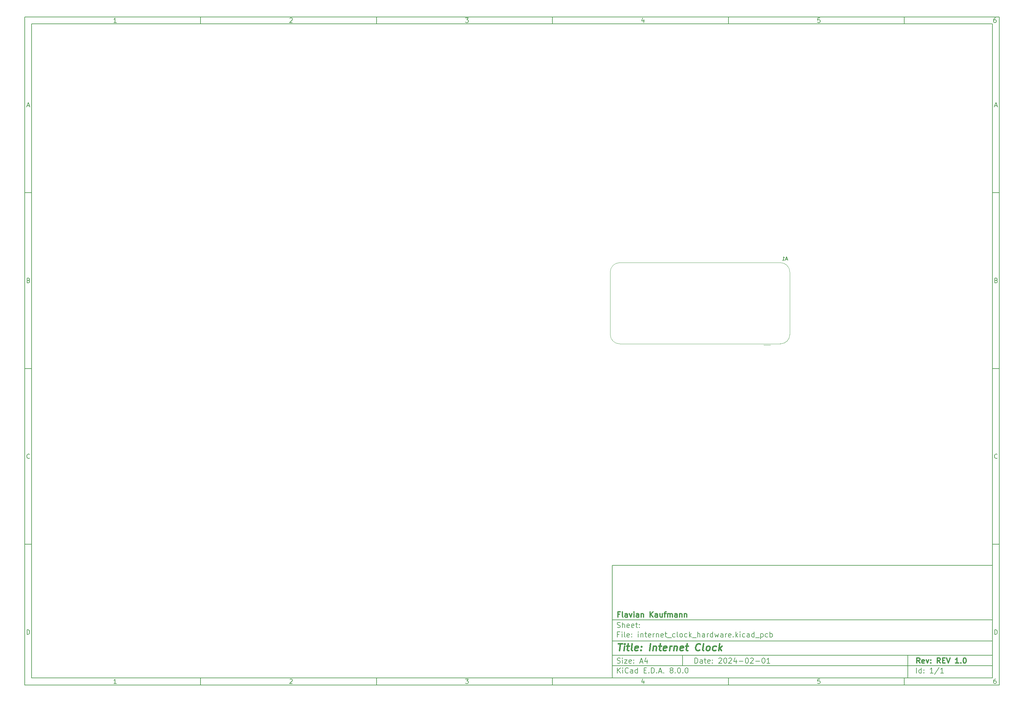
<source format=gbr>
%TF.GenerationSoftware,KiCad,Pcbnew,8.0.0*%
%TF.CreationDate,2024-02-29T15:31:37+01:00*%
%TF.ProjectId,internet_clock_hardware,696e7465-726e-4657-945f-636c6f636b5f,REV 1.0*%
%TF.SameCoordinates,Original*%
%TF.FileFunction,Legend,Bot*%
%TF.FilePolarity,Positive*%
%FSLAX46Y46*%
G04 Gerber Fmt 4.6, Leading zero omitted, Abs format (unit mm)*
G04 Created by KiCad (PCBNEW 8.0.0) date 2024-02-29 15:31:37*
%MOMM*%
%LPD*%
G01*
G04 APERTURE LIST*
%ADD10C,0.100000*%
%ADD11C,0.150000*%
%ADD12C,0.300000*%
%ADD13C,0.400000*%
%ADD14C,0.120000*%
G04 APERTURE END LIST*
D10*
D11*
X177002200Y-166007200D02*
X285002200Y-166007200D01*
X285002200Y-198007200D01*
X177002200Y-198007200D01*
X177002200Y-166007200D01*
D10*
D11*
X10000000Y-10000000D02*
X287002200Y-10000000D01*
X287002200Y-200007200D01*
X10000000Y-200007200D01*
X10000000Y-10000000D01*
D10*
D11*
X12000000Y-12000000D02*
X285002200Y-12000000D01*
X285002200Y-198007200D01*
X12000000Y-198007200D01*
X12000000Y-12000000D01*
D10*
D11*
X60000000Y-12000000D02*
X60000000Y-10000000D01*
D10*
D11*
X110000000Y-12000000D02*
X110000000Y-10000000D01*
D10*
D11*
X160000000Y-12000000D02*
X160000000Y-10000000D01*
D10*
D11*
X210000000Y-12000000D02*
X210000000Y-10000000D01*
D10*
D11*
X260000000Y-12000000D02*
X260000000Y-10000000D01*
D10*
D11*
X36089160Y-11593604D02*
X35346303Y-11593604D01*
X35717731Y-11593604D02*
X35717731Y-10293604D01*
X35717731Y-10293604D02*
X35593922Y-10479319D01*
X35593922Y-10479319D02*
X35470112Y-10603128D01*
X35470112Y-10603128D02*
X35346303Y-10665033D01*
D10*
D11*
X85346303Y-10417414D02*
X85408207Y-10355509D01*
X85408207Y-10355509D02*
X85532017Y-10293604D01*
X85532017Y-10293604D02*
X85841541Y-10293604D01*
X85841541Y-10293604D02*
X85965350Y-10355509D01*
X85965350Y-10355509D02*
X86027255Y-10417414D01*
X86027255Y-10417414D02*
X86089160Y-10541223D01*
X86089160Y-10541223D02*
X86089160Y-10665033D01*
X86089160Y-10665033D02*
X86027255Y-10850747D01*
X86027255Y-10850747D02*
X85284398Y-11593604D01*
X85284398Y-11593604D02*
X86089160Y-11593604D01*
D10*
D11*
X135284398Y-10293604D02*
X136089160Y-10293604D01*
X136089160Y-10293604D02*
X135655826Y-10788842D01*
X135655826Y-10788842D02*
X135841541Y-10788842D01*
X135841541Y-10788842D02*
X135965350Y-10850747D01*
X135965350Y-10850747D02*
X136027255Y-10912652D01*
X136027255Y-10912652D02*
X136089160Y-11036461D01*
X136089160Y-11036461D02*
X136089160Y-11345985D01*
X136089160Y-11345985D02*
X136027255Y-11469795D01*
X136027255Y-11469795D02*
X135965350Y-11531700D01*
X135965350Y-11531700D02*
X135841541Y-11593604D01*
X135841541Y-11593604D02*
X135470112Y-11593604D01*
X135470112Y-11593604D02*
X135346303Y-11531700D01*
X135346303Y-11531700D02*
X135284398Y-11469795D01*
D10*
D11*
X185965350Y-10726938D02*
X185965350Y-11593604D01*
X185655826Y-10231700D02*
X185346303Y-11160271D01*
X185346303Y-11160271D02*
X186151064Y-11160271D01*
D10*
D11*
X236027255Y-10293604D02*
X235408207Y-10293604D01*
X235408207Y-10293604D02*
X235346303Y-10912652D01*
X235346303Y-10912652D02*
X235408207Y-10850747D01*
X235408207Y-10850747D02*
X235532017Y-10788842D01*
X235532017Y-10788842D02*
X235841541Y-10788842D01*
X235841541Y-10788842D02*
X235965350Y-10850747D01*
X235965350Y-10850747D02*
X236027255Y-10912652D01*
X236027255Y-10912652D02*
X236089160Y-11036461D01*
X236089160Y-11036461D02*
X236089160Y-11345985D01*
X236089160Y-11345985D02*
X236027255Y-11469795D01*
X236027255Y-11469795D02*
X235965350Y-11531700D01*
X235965350Y-11531700D02*
X235841541Y-11593604D01*
X235841541Y-11593604D02*
X235532017Y-11593604D01*
X235532017Y-11593604D02*
X235408207Y-11531700D01*
X235408207Y-11531700D02*
X235346303Y-11469795D01*
D10*
D11*
X285965350Y-10293604D02*
X285717731Y-10293604D01*
X285717731Y-10293604D02*
X285593922Y-10355509D01*
X285593922Y-10355509D02*
X285532017Y-10417414D01*
X285532017Y-10417414D02*
X285408207Y-10603128D01*
X285408207Y-10603128D02*
X285346303Y-10850747D01*
X285346303Y-10850747D02*
X285346303Y-11345985D01*
X285346303Y-11345985D02*
X285408207Y-11469795D01*
X285408207Y-11469795D02*
X285470112Y-11531700D01*
X285470112Y-11531700D02*
X285593922Y-11593604D01*
X285593922Y-11593604D02*
X285841541Y-11593604D01*
X285841541Y-11593604D02*
X285965350Y-11531700D01*
X285965350Y-11531700D02*
X286027255Y-11469795D01*
X286027255Y-11469795D02*
X286089160Y-11345985D01*
X286089160Y-11345985D02*
X286089160Y-11036461D01*
X286089160Y-11036461D02*
X286027255Y-10912652D01*
X286027255Y-10912652D02*
X285965350Y-10850747D01*
X285965350Y-10850747D02*
X285841541Y-10788842D01*
X285841541Y-10788842D02*
X285593922Y-10788842D01*
X285593922Y-10788842D02*
X285470112Y-10850747D01*
X285470112Y-10850747D02*
X285408207Y-10912652D01*
X285408207Y-10912652D02*
X285346303Y-11036461D01*
D10*
D11*
X60000000Y-198007200D02*
X60000000Y-200007200D01*
D10*
D11*
X110000000Y-198007200D02*
X110000000Y-200007200D01*
D10*
D11*
X160000000Y-198007200D02*
X160000000Y-200007200D01*
D10*
D11*
X210000000Y-198007200D02*
X210000000Y-200007200D01*
D10*
D11*
X260000000Y-198007200D02*
X260000000Y-200007200D01*
D10*
D11*
X36089160Y-199600804D02*
X35346303Y-199600804D01*
X35717731Y-199600804D02*
X35717731Y-198300804D01*
X35717731Y-198300804D02*
X35593922Y-198486519D01*
X35593922Y-198486519D02*
X35470112Y-198610328D01*
X35470112Y-198610328D02*
X35346303Y-198672233D01*
D10*
D11*
X85346303Y-198424614D02*
X85408207Y-198362709D01*
X85408207Y-198362709D02*
X85532017Y-198300804D01*
X85532017Y-198300804D02*
X85841541Y-198300804D01*
X85841541Y-198300804D02*
X85965350Y-198362709D01*
X85965350Y-198362709D02*
X86027255Y-198424614D01*
X86027255Y-198424614D02*
X86089160Y-198548423D01*
X86089160Y-198548423D02*
X86089160Y-198672233D01*
X86089160Y-198672233D02*
X86027255Y-198857947D01*
X86027255Y-198857947D02*
X85284398Y-199600804D01*
X85284398Y-199600804D02*
X86089160Y-199600804D01*
D10*
D11*
X135284398Y-198300804D02*
X136089160Y-198300804D01*
X136089160Y-198300804D02*
X135655826Y-198796042D01*
X135655826Y-198796042D02*
X135841541Y-198796042D01*
X135841541Y-198796042D02*
X135965350Y-198857947D01*
X135965350Y-198857947D02*
X136027255Y-198919852D01*
X136027255Y-198919852D02*
X136089160Y-199043661D01*
X136089160Y-199043661D02*
X136089160Y-199353185D01*
X136089160Y-199353185D02*
X136027255Y-199476995D01*
X136027255Y-199476995D02*
X135965350Y-199538900D01*
X135965350Y-199538900D02*
X135841541Y-199600804D01*
X135841541Y-199600804D02*
X135470112Y-199600804D01*
X135470112Y-199600804D02*
X135346303Y-199538900D01*
X135346303Y-199538900D02*
X135284398Y-199476995D01*
D10*
D11*
X185965350Y-198734138D02*
X185965350Y-199600804D01*
X185655826Y-198238900D02*
X185346303Y-199167471D01*
X185346303Y-199167471D02*
X186151064Y-199167471D01*
D10*
D11*
X236027255Y-198300804D02*
X235408207Y-198300804D01*
X235408207Y-198300804D02*
X235346303Y-198919852D01*
X235346303Y-198919852D02*
X235408207Y-198857947D01*
X235408207Y-198857947D02*
X235532017Y-198796042D01*
X235532017Y-198796042D02*
X235841541Y-198796042D01*
X235841541Y-198796042D02*
X235965350Y-198857947D01*
X235965350Y-198857947D02*
X236027255Y-198919852D01*
X236027255Y-198919852D02*
X236089160Y-199043661D01*
X236089160Y-199043661D02*
X236089160Y-199353185D01*
X236089160Y-199353185D02*
X236027255Y-199476995D01*
X236027255Y-199476995D02*
X235965350Y-199538900D01*
X235965350Y-199538900D02*
X235841541Y-199600804D01*
X235841541Y-199600804D02*
X235532017Y-199600804D01*
X235532017Y-199600804D02*
X235408207Y-199538900D01*
X235408207Y-199538900D02*
X235346303Y-199476995D01*
D10*
D11*
X285965350Y-198300804D02*
X285717731Y-198300804D01*
X285717731Y-198300804D02*
X285593922Y-198362709D01*
X285593922Y-198362709D02*
X285532017Y-198424614D01*
X285532017Y-198424614D02*
X285408207Y-198610328D01*
X285408207Y-198610328D02*
X285346303Y-198857947D01*
X285346303Y-198857947D02*
X285346303Y-199353185D01*
X285346303Y-199353185D02*
X285408207Y-199476995D01*
X285408207Y-199476995D02*
X285470112Y-199538900D01*
X285470112Y-199538900D02*
X285593922Y-199600804D01*
X285593922Y-199600804D02*
X285841541Y-199600804D01*
X285841541Y-199600804D02*
X285965350Y-199538900D01*
X285965350Y-199538900D02*
X286027255Y-199476995D01*
X286027255Y-199476995D02*
X286089160Y-199353185D01*
X286089160Y-199353185D02*
X286089160Y-199043661D01*
X286089160Y-199043661D02*
X286027255Y-198919852D01*
X286027255Y-198919852D02*
X285965350Y-198857947D01*
X285965350Y-198857947D02*
X285841541Y-198796042D01*
X285841541Y-198796042D02*
X285593922Y-198796042D01*
X285593922Y-198796042D02*
X285470112Y-198857947D01*
X285470112Y-198857947D02*
X285408207Y-198919852D01*
X285408207Y-198919852D02*
X285346303Y-199043661D01*
D10*
D11*
X10000000Y-60000000D02*
X12000000Y-60000000D01*
D10*
D11*
X10000000Y-110000000D02*
X12000000Y-110000000D01*
D10*
D11*
X10000000Y-160000000D02*
X12000000Y-160000000D01*
D10*
D11*
X10690476Y-35222176D02*
X11309523Y-35222176D01*
X10566666Y-35593604D02*
X10999999Y-34293604D01*
X10999999Y-34293604D02*
X11433333Y-35593604D01*
D10*
D11*
X11092857Y-84912652D02*
X11278571Y-84974557D01*
X11278571Y-84974557D02*
X11340476Y-85036461D01*
X11340476Y-85036461D02*
X11402380Y-85160271D01*
X11402380Y-85160271D02*
X11402380Y-85345985D01*
X11402380Y-85345985D02*
X11340476Y-85469795D01*
X11340476Y-85469795D02*
X11278571Y-85531700D01*
X11278571Y-85531700D02*
X11154761Y-85593604D01*
X11154761Y-85593604D02*
X10659523Y-85593604D01*
X10659523Y-85593604D02*
X10659523Y-84293604D01*
X10659523Y-84293604D02*
X11092857Y-84293604D01*
X11092857Y-84293604D02*
X11216666Y-84355509D01*
X11216666Y-84355509D02*
X11278571Y-84417414D01*
X11278571Y-84417414D02*
X11340476Y-84541223D01*
X11340476Y-84541223D02*
X11340476Y-84665033D01*
X11340476Y-84665033D02*
X11278571Y-84788842D01*
X11278571Y-84788842D02*
X11216666Y-84850747D01*
X11216666Y-84850747D02*
X11092857Y-84912652D01*
X11092857Y-84912652D02*
X10659523Y-84912652D01*
D10*
D11*
X11402380Y-135469795D02*
X11340476Y-135531700D01*
X11340476Y-135531700D02*
X11154761Y-135593604D01*
X11154761Y-135593604D02*
X11030952Y-135593604D01*
X11030952Y-135593604D02*
X10845238Y-135531700D01*
X10845238Y-135531700D02*
X10721428Y-135407890D01*
X10721428Y-135407890D02*
X10659523Y-135284080D01*
X10659523Y-135284080D02*
X10597619Y-135036461D01*
X10597619Y-135036461D02*
X10597619Y-134850747D01*
X10597619Y-134850747D02*
X10659523Y-134603128D01*
X10659523Y-134603128D02*
X10721428Y-134479319D01*
X10721428Y-134479319D02*
X10845238Y-134355509D01*
X10845238Y-134355509D02*
X11030952Y-134293604D01*
X11030952Y-134293604D02*
X11154761Y-134293604D01*
X11154761Y-134293604D02*
X11340476Y-134355509D01*
X11340476Y-134355509D02*
X11402380Y-134417414D01*
D10*
D11*
X10659523Y-185593604D02*
X10659523Y-184293604D01*
X10659523Y-184293604D02*
X10969047Y-184293604D01*
X10969047Y-184293604D02*
X11154761Y-184355509D01*
X11154761Y-184355509D02*
X11278571Y-184479319D01*
X11278571Y-184479319D02*
X11340476Y-184603128D01*
X11340476Y-184603128D02*
X11402380Y-184850747D01*
X11402380Y-184850747D02*
X11402380Y-185036461D01*
X11402380Y-185036461D02*
X11340476Y-185284080D01*
X11340476Y-185284080D02*
X11278571Y-185407890D01*
X11278571Y-185407890D02*
X11154761Y-185531700D01*
X11154761Y-185531700D02*
X10969047Y-185593604D01*
X10969047Y-185593604D02*
X10659523Y-185593604D01*
D10*
D11*
X287002200Y-60000000D02*
X285002200Y-60000000D01*
D10*
D11*
X287002200Y-110000000D02*
X285002200Y-110000000D01*
D10*
D11*
X287002200Y-160000000D02*
X285002200Y-160000000D01*
D10*
D11*
X285692676Y-35222176D02*
X286311723Y-35222176D01*
X285568866Y-35593604D02*
X286002199Y-34293604D01*
X286002199Y-34293604D02*
X286435533Y-35593604D01*
D10*
D11*
X286095057Y-84912652D02*
X286280771Y-84974557D01*
X286280771Y-84974557D02*
X286342676Y-85036461D01*
X286342676Y-85036461D02*
X286404580Y-85160271D01*
X286404580Y-85160271D02*
X286404580Y-85345985D01*
X286404580Y-85345985D02*
X286342676Y-85469795D01*
X286342676Y-85469795D02*
X286280771Y-85531700D01*
X286280771Y-85531700D02*
X286156961Y-85593604D01*
X286156961Y-85593604D02*
X285661723Y-85593604D01*
X285661723Y-85593604D02*
X285661723Y-84293604D01*
X285661723Y-84293604D02*
X286095057Y-84293604D01*
X286095057Y-84293604D02*
X286218866Y-84355509D01*
X286218866Y-84355509D02*
X286280771Y-84417414D01*
X286280771Y-84417414D02*
X286342676Y-84541223D01*
X286342676Y-84541223D02*
X286342676Y-84665033D01*
X286342676Y-84665033D02*
X286280771Y-84788842D01*
X286280771Y-84788842D02*
X286218866Y-84850747D01*
X286218866Y-84850747D02*
X286095057Y-84912652D01*
X286095057Y-84912652D02*
X285661723Y-84912652D01*
D10*
D11*
X286404580Y-135469795D02*
X286342676Y-135531700D01*
X286342676Y-135531700D02*
X286156961Y-135593604D01*
X286156961Y-135593604D02*
X286033152Y-135593604D01*
X286033152Y-135593604D02*
X285847438Y-135531700D01*
X285847438Y-135531700D02*
X285723628Y-135407890D01*
X285723628Y-135407890D02*
X285661723Y-135284080D01*
X285661723Y-135284080D02*
X285599819Y-135036461D01*
X285599819Y-135036461D02*
X285599819Y-134850747D01*
X285599819Y-134850747D02*
X285661723Y-134603128D01*
X285661723Y-134603128D02*
X285723628Y-134479319D01*
X285723628Y-134479319D02*
X285847438Y-134355509D01*
X285847438Y-134355509D02*
X286033152Y-134293604D01*
X286033152Y-134293604D02*
X286156961Y-134293604D01*
X286156961Y-134293604D02*
X286342676Y-134355509D01*
X286342676Y-134355509D02*
X286404580Y-134417414D01*
D10*
D11*
X285661723Y-185593604D02*
X285661723Y-184293604D01*
X285661723Y-184293604D02*
X285971247Y-184293604D01*
X285971247Y-184293604D02*
X286156961Y-184355509D01*
X286156961Y-184355509D02*
X286280771Y-184479319D01*
X286280771Y-184479319D02*
X286342676Y-184603128D01*
X286342676Y-184603128D02*
X286404580Y-184850747D01*
X286404580Y-184850747D02*
X286404580Y-185036461D01*
X286404580Y-185036461D02*
X286342676Y-185284080D01*
X286342676Y-185284080D02*
X286280771Y-185407890D01*
X286280771Y-185407890D02*
X286156961Y-185531700D01*
X286156961Y-185531700D02*
X285971247Y-185593604D01*
X285971247Y-185593604D02*
X285661723Y-185593604D01*
D10*
D11*
X200458026Y-193793328D02*
X200458026Y-192293328D01*
X200458026Y-192293328D02*
X200815169Y-192293328D01*
X200815169Y-192293328D02*
X201029455Y-192364757D01*
X201029455Y-192364757D02*
X201172312Y-192507614D01*
X201172312Y-192507614D02*
X201243741Y-192650471D01*
X201243741Y-192650471D02*
X201315169Y-192936185D01*
X201315169Y-192936185D02*
X201315169Y-193150471D01*
X201315169Y-193150471D02*
X201243741Y-193436185D01*
X201243741Y-193436185D02*
X201172312Y-193579042D01*
X201172312Y-193579042D02*
X201029455Y-193721900D01*
X201029455Y-193721900D02*
X200815169Y-193793328D01*
X200815169Y-193793328D02*
X200458026Y-193793328D01*
X202600884Y-193793328D02*
X202600884Y-193007614D01*
X202600884Y-193007614D02*
X202529455Y-192864757D01*
X202529455Y-192864757D02*
X202386598Y-192793328D01*
X202386598Y-192793328D02*
X202100884Y-192793328D01*
X202100884Y-192793328D02*
X201958026Y-192864757D01*
X202600884Y-193721900D02*
X202458026Y-193793328D01*
X202458026Y-193793328D02*
X202100884Y-193793328D01*
X202100884Y-193793328D02*
X201958026Y-193721900D01*
X201958026Y-193721900D02*
X201886598Y-193579042D01*
X201886598Y-193579042D02*
X201886598Y-193436185D01*
X201886598Y-193436185D02*
X201958026Y-193293328D01*
X201958026Y-193293328D02*
X202100884Y-193221900D01*
X202100884Y-193221900D02*
X202458026Y-193221900D01*
X202458026Y-193221900D02*
X202600884Y-193150471D01*
X203100884Y-192793328D02*
X203672312Y-192793328D01*
X203315169Y-192293328D02*
X203315169Y-193579042D01*
X203315169Y-193579042D02*
X203386598Y-193721900D01*
X203386598Y-193721900D02*
X203529455Y-193793328D01*
X203529455Y-193793328D02*
X203672312Y-193793328D01*
X204743741Y-193721900D02*
X204600884Y-193793328D01*
X204600884Y-193793328D02*
X204315170Y-193793328D01*
X204315170Y-193793328D02*
X204172312Y-193721900D01*
X204172312Y-193721900D02*
X204100884Y-193579042D01*
X204100884Y-193579042D02*
X204100884Y-193007614D01*
X204100884Y-193007614D02*
X204172312Y-192864757D01*
X204172312Y-192864757D02*
X204315170Y-192793328D01*
X204315170Y-192793328D02*
X204600884Y-192793328D01*
X204600884Y-192793328D02*
X204743741Y-192864757D01*
X204743741Y-192864757D02*
X204815170Y-193007614D01*
X204815170Y-193007614D02*
X204815170Y-193150471D01*
X204815170Y-193150471D02*
X204100884Y-193293328D01*
X205458026Y-193650471D02*
X205529455Y-193721900D01*
X205529455Y-193721900D02*
X205458026Y-193793328D01*
X205458026Y-193793328D02*
X205386598Y-193721900D01*
X205386598Y-193721900D02*
X205458026Y-193650471D01*
X205458026Y-193650471D02*
X205458026Y-193793328D01*
X205458026Y-192864757D02*
X205529455Y-192936185D01*
X205529455Y-192936185D02*
X205458026Y-193007614D01*
X205458026Y-193007614D02*
X205386598Y-192936185D01*
X205386598Y-192936185D02*
X205458026Y-192864757D01*
X205458026Y-192864757D02*
X205458026Y-193007614D01*
X207243741Y-192436185D02*
X207315169Y-192364757D01*
X207315169Y-192364757D02*
X207458027Y-192293328D01*
X207458027Y-192293328D02*
X207815169Y-192293328D01*
X207815169Y-192293328D02*
X207958027Y-192364757D01*
X207958027Y-192364757D02*
X208029455Y-192436185D01*
X208029455Y-192436185D02*
X208100884Y-192579042D01*
X208100884Y-192579042D02*
X208100884Y-192721900D01*
X208100884Y-192721900D02*
X208029455Y-192936185D01*
X208029455Y-192936185D02*
X207172312Y-193793328D01*
X207172312Y-193793328D02*
X208100884Y-193793328D01*
X209029455Y-192293328D02*
X209172312Y-192293328D01*
X209172312Y-192293328D02*
X209315169Y-192364757D01*
X209315169Y-192364757D02*
X209386598Y-192436185D01*
X209386598Y-192436185D02*
X209458026Y-192579042D01*
X209458026Y-192579042D02*
X209529455Y-192864757D01*
X209529455Y-192864757D02*
X209529455Y-193221900D01*
X209529455Y-193221900D02*
X209458026Y-193507614D01*
X209458026Y-193507614D02*
X209386598Y-193650471D01*
X209386598Y-193650471D02*
X209315169Y-193721900D01*
X209315169Y-193721900D02*
X209172312Y-193793328D01*
X209172312Y-193793328D02*
X209029455Y-193793328D01*
X209029455Y-193793328D02*
X208886598Y-193721900D01*
X208886598Y-193721900D02*
X208815169Y-193650471D01*
X208815169Y-193650471D02*
X208743740Y-193507614D01*
X208743740Y-193507614D02*
X208672312Y-193221900D01*
X208672312Y-193221900D02*
X208672312Y-192864757D01*
X208672312Y-192864757D02*
X208743740Y-192579042D01*
X208743740Y-192579042D02*
X208815169Y-192436185D01*
X208815169Y-192436185D02*
X208886598Y-192364757D01*
X208886598Y-192364757D02*
X209029455Y-192293328D01*
X210100883Y-192436185D02*
X210172311Y-192364757D01*
X210172311Y-192364757D02*
X210315169Y-192293328D01*
X210315169Y-192293328D02*
X210672311Y-192293328D01*
X210672311Y-192293328D02*
X210815169Y-192364757D01*
X210815169Y-192364757D02*
X210886597Y-192436185D01*
X210886597Y-192436185D02*
X210958026Y-192579042D01*
X210958026Y-192579042D02*
X210958026Y-192721900D01*
X210958026Y-192721900D02*
X210886597Y-192936185D01*
X210886597Y-192936185D02*
X210029454Y-193793328D01*
X210029454Y-193793328D02*
X210958026Y-193793328D01*
X212243740Y-192793328D02*
X212243740Y-193793328D01*
X211886597Y-192221900D02*
X211529454Y-193293328D01*
X211529454Y-193293328D02*
X212458025Y-193293328D01*
X213029453Y-193221900D02*
X214172311Y-193221900D01*
X215172311Y-192293328D02*
X215315168Y-192293328D01*
X215315168Y-192293328D02*
X215458025Y-192364757D01*
X215458025Y-192364757D02*
X215529454Y-192436185D01*
X215529454Y-192436185D02*
X215600882Y-192579042D01*
X215600882Y-192579042D02*
X215672311Y-192864757D01*
X215672311Y-192864757D02*
X215672311Y-193221900D01*
X215672311Y-193221900D02*
X215600882Y-193507614D01*
X215600882Y-193507614D02*
X215529454Y-193650471D01*
X215529454Y-193650471D02*
X215458025Y-193721900D01*
X215458025Y-193721900D02*
X215315168Y-193793328D01*
X215315168Y-193793328D02*
X215172311Y-193793328D01*
X215172311Y-193793328D02*
X215029454Y-193721900D01*
X215029454Y-193721900D02*
X214958025Y-193650471D01*
X214958025Y-193650471D02*
X214886596Y-193507614D01*
X214886596Y-193507614D02*
X214815168Y-193221900D01*
X214815168Y-193221900D02*
X214815168Y-192864757D01*
X214815168Y-192864757D02*
X214886596Y-192579042D01*
X214886596Y-192579042D02*
X214958025Y-192436185D01*
X214958025Y-192436185D02*
X215029454Y-192364757D01*
X215029454Y-192364757D02*
X215172311Y-192293328D01*
X216243739Y-192436185D02*
X216315167Y-192364757D01*
X216315167Y-192364757D02*
X216458025Y-192293328D01*
X216458025Y-192293328D02*
X216815167Y-192293328D01*
X216815167Y-192293328D02*
X216958025Y-192364757D01*
X216958025Y-192364757D02*
X217029453Y-192436185D01*
X217029453Y-192436185D02*
X217100882Y-192579042D01*
X217100882Y-192579042D02*
X217100882Y-192721900D01*
X217100882Y-192721900D02*
X217029453Y-192936185D01*
X217029453Y-192936185D02*
X216172310Y-193793328D01*
X216172310Y-193793328D02*
X217100882Y-193793328D01*
X217743738Y-193221900D02*
X218886596Y-193221900D01*
X219886596Y-192293328D02*
X220029453Y-192293328D01*
X220029453Y-192293328D02*
X220172310Y-192364757D01*
X220172310Y-192364757D02*
X220243739Y-192436185D01*
X220243739Y-192436185D02*
X220315167Y-192579042D01*
X220315167Y-192579042D02*
X220386596Y-192864757D01*
X220386596Y-192864757D02*
X220386596Y-193221900D01*
X220386596Y-193221900D02*
X220315167Y-193507614D01*
X220315167Y-193507614D02*
X220243739Y-193650471D01*
X220243739Y-193650471D02*
X220172310Y-193721900D01*
X220172310Y-193721900D02*
X220029453Y-193793328D01*
X220029453Y-193793328D02*
X219886596Y-193793328D01*
X219886596Y-193793328D02*
X219743739Y-193721900D01*
X219743739Y-193721900D02*
X219672310Y-193650471D01*
X219672310Y-193650471D02*
X219600881Y-193507614D01*
X219600881Y-193507614D02*
X219529453Y-193221900D01*
X219529453Y-193221900D02*
X219529453Y-192864757D01*
X219529453Y-192864757D02*
X219600881Y-192579042D01*
X219600881Y-192579042D02*
X219672310Y-192436185D01*
X219672310Y-192436185D02*
X219743739Y-192364757D01*
X219743739Y-192364757D02*
X219886596Y-192293328D01*
X221815167Y-193793328D02*
X220958024Y-193793328D01*
X221386595Y-193793328D02*
X221386595Y-192293328D01*
X221386595Y-192293328D02*
X221243738Y-192507614D01*
X221243738Y-192507614D02*
X221100881Y-192650471D01*
X221100881Y-192650471D02*
X220958024Y-192721900D01*
D10*
D11*
X177002200Y-194507200D02*
X285002200Y-194507200D01*
D10*
D11*
X178458026Y-196593328D02*
X178458026Y-195093328D01*
X179315169Y-196593328D02*
X178672312Y-195736185D01*
X179315169Y-195093328D02*
X178458026Y-195950471D01*
X179958026Y-196593328D02*
X179958026Y-195593328D01*
X179958026Y-195093328D02*
X179886598Y-195164757D01*
X179886598Y-195164757D02*
X179958026Y-195236185D01*
X179958026Y-195236185D02*
X180029455Y-195164757D01*
X180029455Y-195164757D02*
X179958026Y-195093328D01*
X179958026Y-195093328D02*
X179958026Y-195236185D01*
X181529455Y-196450471D02*
X181458027Y-196521900D01*
X181458027Y-196521900D02*
X181243741Y-196593328D01*
X181243741Y-196593328D02*
X181100884Y-196593328D01*
X181100884Y-196593328D02*
X180886598Y-196521900D01*
X180886598Y-196521900D02*
X180743741Y-196379042D01*
X180743741Y-196379042D02*
X180672312Y-196236185D01*
X180672312Y-196236185D02*
X180600884Y-195950471D01*
X180600884Y-195950471D02*
X180600884Y-195736185D01*
X180600884Y-195736185D02*
X180672312Y-195450471D01*
X180672312Y-195450471D02*
X180743741Y-195307614D01*
X180743741Y-195307614D02*
X180886598Y-195164757D01*
X180886598Y-195164757D02*
X181100884Y-195093328D01*
X181100884Y-195093328D02*
X181243741Y-195093328D01*
X181243741Y-195093328D02*
X181458027Y-195164757D01*
X181458027Y-195164757D02*
X181529455Y-195236185D01*
X182815170Y-196593328D02*
X182815170Y-195807614D01*
X182815170Y-195807614D02*
X182743741Y-195664757D01*
X182743741Y-195664757D02*
X182600884Y-195593328D01*
X182600884Y-195593328D02*
X182315170Y-195593328D01*
X182315170Y-195593328D02*
X182172312Y-195664757D01*
X182815170Y-196521900D02*
X182672312Y-196593328D01*
X182672312Y-196593328D02*
X182315170Y-196593328D01*
X182315170Y-196593328D02*
X182172312Y-196521900D01*
X182172312Y-196521900D02*
X182100884Y-196379042D01*
X182100884Y-196379042D02*
X182100884Y-196236185D01*
X182100884Y-196236185D02*
X182172312Y-196093328D01*
X182172312Y-196093328D02*
X182315170Y-196021900D01*
X182315170Y-196021900D02*
X182672312Y-196021900D01*
X182672312Y-196021900D02*
X182815170Y-195950471D01*
X184172313Y-196593328D02*
X184172313Y-195093328D01*
X184172313Y-196521900D02*
X184029455Y-196593328D01*
X184029455Y-196593328D02*
X183743741Y-196593328D01*
X183743741Y-196593328D02*
X183600884Y-196521900D01*
X183600884Y-196521900D02*
X183529455Y-196450471D01*
X183529455Y-196450471D02*
X183458027Y-196307614D01*
X183458027Y-196307614D02*
X183458027Y-195879042D01*
X183458027Y-195879042D02*
X183529455Y-195736185D01*
X183529455Y-195736185D02*
X183600884Y-195664757D01*
X183600884Y-195664757D02*
X183743741Y-195593328D01*
X183743741Y-195593328D02*
X184029455Y-195593328D01*
X184029455Y-195593328D02*
X184172313Y-195664757D01*
X186029455Y-195807614D02*
X186529455Y-195807614D01*
X186743741Y-196593328D02*
X186029455Y-196593328D01*
X186029455Y-196593328D02*
X186029455Y-195093328D01*
X186029455Y-195093328D02*
X186743741Y-195093328D01*
X187386598Y-196450471D02*
X187458027Y-196521900D01*
X187458027Y-196521900D02*
X187386598Y-196593328D01*
X187386598Y-196593328D02*
X187315170Y-196521900D01*
X187315170Y-196521900D02*
X187386598Y-196450471D01*
X187386598Y-196450471D02*
X187386598Y-196593328D01*
X188100884Y-196593328D02*
X188100884Y-195093328D01*
X188100884Y-195093328D02*
X188458027Y-195093328D01*
X188458027Y-195093328D02*
X188672313Y-195164757D01*
X188672313Y-195164757D02*
X188815170Y-195307614D01*
X188815170Y-195307614D02*
X188886599Y-195450471D01*
X188886599Y-195450471D02*
X188958027Y-195736185D01*
X188958027Y-195736185D02*
X188958027Y-195950471D01*
X188958027Y-195950471D02*
X188886599Y-196236185D01*
X188886599Y-196236185D02*
X188815170Y-196379042D01*
X188815170Y-196379042D02*
X188672313Y-196521900D01*
X188672313Y-196521900D02*
X188458027Y-196593328D01*
X188458027Y-196593328D02*
X188100884Y-196593328D01*
X189600884Y-196450471D02*
X189672313Y-196521900D01*
X189672313Y-196521900D02*
X189600884Y-196593328D01*
X189600884Y-196593328D02*
X189529456Y-196521900D01*
X189529456Y-196521900D02*
X189600884Y-196450471D01*
X189600884Y-196450471D02*
X189600884Y-196593328D01*
X190243742Y-196164757D02*
X190958028Y-196164757D01*
X190100885Y-196593328D02*
X190600885Y-195093328D01*
X190600885Y-195093328D02*
X191100885Y-196593328D01*
X191600884Y-196450471D02*
X191672313Y-196521900D01*
X191672313Y-196521900D02*
X191600884Y-196593328D01*
X191600884Y-196593328D02*
X191529456Y-196521900D01*
X191529456Y-196521900D02*
X191600884Y-196450471D01*
X191600884Y-196450471D02*
X191600884Y-196593328D01*
X193672313Y-195736185D02*
X193529456Y-195664757D01*
X193529456Y-195664757D02*
X193458027Y-195593328D01*
X193458027Y-195593328D02*
X193386599Y-195450471D01*
X193386599Y-195450471D02*
X193386599Y-195379042D01*
X193386599Y-195379042D02*
X193458027Y-195236185D01*
X193458027Y-195236185D02*
X193529456Y-195164757D01*
X193529456Y-195164757D02*
X193672313Y-195093328D01*
X193672313Y-195093328D02*
X193958027Y-195093328D01*
X193958027Y-195093328D02*
X194100885Y-195164757D01*
X194100885Y-195164757D02*
X194172313Y-195236185D01*
X194172313Y-195236185D02*
X194243742Y-195379042D01*
X194243742Y-195379042D02*
X194243742Y-195450471D01*
X194243742Y-195450471D02*
X194172313Y-195593328D01*
X194172313Y-195593328D02*
X194100885Y-195664757D01*
X194100885Y-195664757D02*
X193958027Y-195736185D01*
X193958027Y-195736185D02*
X193672313Y-195736185D01*
X193672313Y-195736185D02*
X193529456Y-195807614D01*
X193529456Y-195807614D02*
X193458027Y-195879042D01*
X193458027Y-195879042D02*
X193386599Y-196021900D01*
X193386599Y-196021900D02*
X193386599Y-196307614D01*
X193386599Y-196307614D02*
X193458027Y-196450471D01*
X193458027Y-196450471D02*
X193529456Y-196521900D01*
X193529456Y-196521900D02*
X193672313Y-196593328D01*
X193672313Y-196593328D02*
X193958027Y-196593328D01*
X193958027Y-196593328D02*
X194100885Y-196521900D01*
X194100885Y-196521900D02*
X194172313Y-196450471D01*
X194172313Y-196450471D02*
X194243742Y-196307614D01*
X194243742Y-196307614D02*
X194243742Y-196021900D01*
X194243742Y-196021900D02*
X194172313Y-195879042D01*
X194172313Y-195879042D02*
X194100885Y-195807614D01*
X194100885Y-195807614D02*
X193958027Y-195736185D01*
X194886598Y-196450471D02*
X194958027Y-196521900D01*
X194958027Y-196521900D02*
X194886598Y-196593328D01*
X194886598Y-196593328D02*
X194815170Y-196521900D01*
X194815170Y-196521900D02*
X194886598Y-196450471D01*
X194886598Y-196450471D02*
X194886598Y-196593328D01*
X195886599Y-195093328D02*
X196029456Y-195093328D01*
X196029456Y-195093328D02*
X196172313Y-195164757D01*
X196172313Y-195164757D02*
X196243742Y-195236185D01*
X196243742Y-195236185D02*
X196315170Y-195379042D01*
X196315170Y-195379042D02*
X196386599Y-195664757D01*
X196386599Y-195664757D02*
X196386599Y-196021900D01*
X196386599Y-196021900D02*
X196315170Y-196307614D01*
X196315170Y-196307614D02*
X196243742Y-196450471D01*
X196243742Y-196450471D02*
X196172313Y-196521900D01*
X196172313Y-196521900D02*
X196029456Y-196593328D01*
X196029456Y-196593328D02*
X195886599Y-196593328D01*
X195886599Y-196593328D02*
X195743742Y-196521900D01*
X195743742Y-196521900D02*
X195672313Y-196450471D01*
X195672313Y-196450471D02*
X195600884Y-196307614D01*
X195600884Y-196307614D02*
X195529456Y-196021900D01*
X195529456Y-196021900D02*
X195529456Y-195664757D01*
X195529456Y-195664757D02*
X195600884Y-195379042D01*
X195600884Y-195379042D02*
X195672313Y-195236185D01*
X195672313Y-195236185D02*
X195743742Y-195164757D01*
X195743742Y-195164757D02*
X195886599Y-195093328D01*
X197029455Y-196450471D02*
X197100884Y-196521900D01*
X197100884Y-196521900D02*
X197029455Y-196593328D01*
X197029455Y-196593328D02*
X196958027Y-196521900D01*
X196958027Y-196521900D02*
X197029455Y-196450471D01*
X197029455Y-196450471D02*
X197029455Y-196593328D01*
X198029456Y-195093328D02*
X198172313Y-195093328D01*
X198172313Y-195093328D02*
X198315170Y-195164757D01*
X198315170Y-195164757D02*
X198386599Y-195236185D01*
X198386599Y-195236185D02*
X198458027Y-195379042D01*
X198458027Y-195379042D02*
X198529456Y-195664757D01*
X198529456Y-195664757D02*
X198529456Y-196021900D01*
X198529456Y-196021900D02*
X198458027Y-196307614D01*
X198458027Y-196307614D02*
X198386599Y-196450471D01*
X198386599Y-196450471D02*
X198315170Y-196521900D01*
X198315170Y-196521900D02*
X198172313Y-196593328D01*
X198172313Y-196593328D02*
X198029456Y-196593328D01*
X198029456Y-196593328D02*
X197886599Y-196521900D01*
X197886599Y-196521900D02*
X197815170Y-196450471D01*
X197815170Y-196450471D02*
X197743741Y-196307614D01*
X197743741Y-196307614D02*
X197672313Y-196021900D01*
X197672313Y-196021900D02*
X197672313Y-195664757D01*
X197672313Y-195664757D02*
X197743741Y-195379042D01*
X197743741Y-195379042D02*
X197815170Y-195236185D01*
X197815170Y-195236185D02*
X197886599Y-195164757D01*
X197886599Y-195164757D02*
X198029456Y-195093328D01*
D10*
D11*
X177002200Y-191507200D02*
X285002200Y-191507200D01*
D10*
D12*
X264413853Y-193785528D02*
X263913853Y-193071242D01*
X263556710Y-193785528D02*
X263556710Y-192285528D01*
X263556710Y-192285528D02*
X264128139Y-192285528D01*
X264128139Y-192285528D02*
X264270996Y-192356957D01*
X264270996Y-192356957D02*
X264342425Y-192428385D01*
X264342425Y-192428385D02*
X264413853Y-192571242D01*
X264413853Y-192571242D02*
X264413853Y-192785528D01*
X264413853Y-192785528D02*
X264342425Y-192928385D01*
X264342425Y-192928385D02*
X264270996Y-192999814D01*
X264270996Y-192999814D02*
X264128139Y-193071242D01*
X264128139Y-193071242D02*
X263556710Y-193071242D01*
X265628139Y-193714100D02*
X265485282Y-193785528D01*
X265485282Y-193785528D02*
X265199568Y-193785528D01*
X265199568Y-193785528D02*
X265056710Y-193714100D01*
X265056710Y-193714100D02*
X264985282Y-193571242D01*
X264985282Y-193571242D02*
X264985282Y-192999814D01*
X264985282Y-192999814D02*
X265056710Y-192856957D01*
X265056710Y-192856957D02*
X265199568Y-192785528D01*
X265199568Y-192785528D02*
X265485282Y-192785528D01*
X265485282Y-192785528D02*
X265628139Y-192856957D01*
X265628139Y-192856957D02*
X265699568Y-192999814D01*
X265699568Y-192999814D02*
X265699568Y-193142671D01*
X265699568Y-193142671D02*
X264985282Y-193285528D01*
X266199567Y-192785528D02*
X266556710Y-193785528D01*
X266556710Y-193785528D02*
X266913853Y-192785528D01*
X267485281Y-193642671D02*
X267556710Y-193714100D01*
X267556710Y-193714100D02*
X267485281Y-193785528D01*
X267485281Y-193785528D02*
X267413853Y-193714100D01*
X267413853Y-193714100D02*
X267485281Y-193642671D01*
X267485281Y-193642671D02*
X267485281Y-193785528D01*
X267485281Y-192856957D02*
X267556710Y-192928385D01*
X267556710Y-192928385D02*
X267485281Y-192999814D01*
X267485281Y-192999814D02*
X267413853Y-192928385D01*
X267413853Y-192928385D02*
X267485281Y-192856957D01*
X267485281Y-192856957D02*
X267485281Y-192999814D01*
X270199567Y-193785528D02*
X269699567Y-193071242D01*
X269342424Y-193785528D02*
X269342424Y-192285528D01*
X269342424Y-192285528D02*
X269913853Y-192285528D01*
X269913853Y-192285528D02*
X270056710Y-192356957D01*
X270056710Y-192356957D02*
X270128139Y-192428385D01*
X270128139Y-192428385D02*
X270199567Y-192571242D01*
X270199567Y-192571242D02*
X270199567Y-192785528D01*
X270199567Y-192785528D02*
X270128139Y-192928385D01*
X270128139Y-192928385D02*
X270056710Y-192999814D01*
X270056710Y-192999814D02*
X269913853Y-193071242D01*
X269913853Y-193071242D02*
X269342424Y-193071242D01*
X270842424Y-192999814D02*
X271342424Y-192999814D01*
X271556710Y-193785528D02*
X270842424Y-193785528D01*
X270842424Y-193785528D02*
X270842424Y-192285528D01*
X270842424Y-192285528D02*
X271556710Y-192285528D01*
X271985282Y-192285528D02*
X272485282Y-193785528D01*
X272485282Y-193785528D02*
X272985282Y-192285528D01*
X275413853Y-193785528D02*
X274556710Y-193785528D01*
X274985281Y-193785528D02*
X274985281Y-192285528D01*
X274985281Y-192285528D02*
X274842424Y-192499814D01*
X274842424Y-192499814D02*
X274699567Y-192642671D01*
X274699567Y-192642671D02*
X274556710Y-192714100D01*
X276056709Y-193642671D02*
X276128138Y-193714100D01*
X276128138Y-193714100D02*
X276056709Y-193785528D01*
X276056709Y-193785528D02*
X275985281Y-193714100D01*
X275985281Y-193714100D02*
X276056709Y-193642671D01*
X276056709Y-193642671D02*
X276056709Y-193785528D01*
X277056710Y-192285528D02*
X277199567Y-192285528D01*
X277199567Y-192285528D02*
X277342424Y-192356957D01*
X277342424Y-192356957D02*
X277413853Y-192428385D01*
X277413853Y-192428385D02*
X277485281Y-192571242D01*
X277485281Y-192571242D02*
X277556710Y-192856957D01*
X277556710Y-192856957D02*
X277556710Y-193214100D01*
X277556710Y-193214100D02*
X277485281Y-193499814D01*
X277485281Y-193499814D02*
X277413853Y-193642671D01*
X277413853Y-193642671D02*
X277342424Y-193714100D01*
X277342424Y-193714100D02*
X277199567Y-193785528D01*
X277199567Y-193785528D02*
X277056710Y-193785528D01*
X277056710Y-193785528D02*
X276913853Y-193714100D01*
X276913853Y-193714100D02*
X276842424Y-193642671D01*
X276842424Y-193642671D02*
X276770995Y-193499814D01*
X276770995Y-193499814D02*
X276699567Y-193214100D01*
X276699567Y-193214100D02*
X276699567Y-192856957D01*
X276699567Y-192856957D02*
X276770995Y-192571242D01*
X276770995Y-192571242D02*
X276842424Y-192428385D01*
X276842424Y-192428385D02*
X276913853Y-192356957D01*
X276913853Y-192356957D02*
X277056710Y-192285528D01*
D10*
D11*
X178386598Y-193721900D02*
X178600884Y-193793328D01*
X178600884Y-193793328D02*
X178958026Y-193793328D01*
X178958026Y-193793328D02*
X179100884Y-193721900D01*
X179100884Y-193721900D02*
X179172312Y-193650471D01*
X179172312Y-193650471D02*
X179243741Y-193507614D01*
X179243741Y-193507614D02*
X179243741Y-193364757D01*
X179243741Y-193364757D02*
X179172312Y-193221900D01*
X179172312Y-193221900D02*
X179100884Y-193150471D01*
X179100884Y-193150471D02*
X178958026Y-193079042D01*
X178958026Y-193079042D02*
X178672312Y-193007614D01*
X178672312Y-193007614D02*
X178529455Y-192936185D01*
X178529455Y-192936185D02*
X178458026Y-192864757D01*
X178458026Y-192864757D02*
X178386598Y-192721900D01*
X178386598Y-192721900D02*
X178386598Y-192579042D01*
X178386598Y-192579042D02*
X178458026Y-192436185D01*
X178458026Y-192436185D02*
X178529455Y-192364757D01*
X178529455Y-192364757D02*
X178672312Y-192293328D01*
X178672312Y-192293328D02*
X179029455Y-192293328D01*
X179029455Y-192293328D02*
X179243741Y-192364757D01*
X179886597Y-193793328D02*
X179886597Y-192793328D01*
X179886597Y-192293328D02*
X179815169Y-192364757D01*
X179815169Y-192364757D02*
X179886597Y-192436185D01*
X179886597Y-192436185D02*
X179958026Y-192364757D01*
X179958026Y-192364757D02*
X179886597Y-192293328D01*
X179886597Y-192293328D02*
X179886597Y-192436185D01*
X180458026Y-192793328D02*
X181243741Y-192793328D01*
X181243741Y-192793328D02*
X180458026Y-193793328D01*
X180458026Y-193793328D02*
X181243741Y-193793328D01*
X182386598Y-193721900D02*
X182243741Y-193793328D01*
X182243741Y-193793328D02*
X181958027Y-193793328D01*
X181958027Y-193793328D02*
X181815169Y-193721900D01*
X181815169Y-193721900D02*
X181743741Y-193579042D01*
X181743741Y-193579042D02*
X181743741Y-193007614D01*
X181743741Y-193007614D02*
X181815169Y-192864757D01*
X181815169Y-192864757D02*
X181958027Y-192793328D01*
X181958027Y-192793328D02*
X182243741Y-192793328D01*
X182243741Y-192793328D02*
X182386598Y-192864757D01*
X182386598Y-192864757D02*
X182458027Y-193007614D01*
X182458027Y-193007614D02*
X182458027Y-193150471D01*
X182458027Y-193150471D02*
X181743741Y-193293328D01*
X183100883Y-193650471D02*
X183172312Y-193721900D01*
X183172312Y-193721900D02*
X183100883Y-193793328D01*
X183100883Y-193793328D02*
X183029455Y-193721900D01*
X183029455Y-193721900D02*
X183100883Y-193650471D01*
X183100883Y-193650471D02*
X183100883Y-193793328D01*
X183100883Y-192864757D02*
X183172312Y-192936185D01*
X183172312Y-192936185D02*
X183100883Y-193007614D01*
X183100883Y-193007614D02*
X183029455Y-192936185D01*
X183029455Y-192936185D02*
X183100883Y-192864757D01*
X183100883Y-192864757D02*
X183100883Y-193007614D01*
X184886598Y-193364757D02*
X185600884Y-193364757D01*
X184743741Y-193793328D02*
X185243741Y-192293328D01*
X185243741Y-192293328D02*
X185743741Y-193793328D01*
X186886598Y-192793328D02*
X186886598Y-193793328D01*
X186529455Y-192221900D02*
X186172312Y-193293328D01*
X186172312Y-193293328D02*
X187100883Y-193293328D01*
D10*
D11*
X263458026Y-196593328D02*
X263458026Y-195093328D01*
X264815170Y-196593328D02*
X264815170Y-195093328D01*
X264815170Y-196521900D02*
X264672312Y-196593328D01*
X264672312Y-196593328D02*
X264386598Y-196593328D01*
X264386598Y-196593328D02*
X264243741Y-196521900D01*
X264243741Y-196521900D02*
X264172312Y-196450471D01*
X264172312Y-196450471D02*
X264100884Y-196307614D01*
X264100884Y-196307614D02*
X264100884Y-195879042D01*
X264100884Y-195879042D02*
X264172312Y-195736185D01*
X264172312Y-195736185D02*
X264243741Y-195664757D01*
X264243741Y-195664757D02*
X264386598Y-195593328D01*
X264386598Y-195593328D02*
X264672312Y-195593328D01*
X264672312Y-195593328D02*
X264815170Y-195664757D01*
X265529455Y-196450471D02*
X265600884Y-196521900D01*
X265600884Y-196521900D02*
X265529455Y-196593328D01*
X265529455Y-196593328D02*
X265458027Y-196521900D01*
X265458027Y-196521900D02*
X265529455Y-196450471D01*
X265529455Y-196450471D02*
X265529455Y-196593328D01*
X265529455Y-195664757D02*
X265600884Y-195736185D01*
X265600884Y-195736185D02*
X265529455Y-195807614D01*
X265529455Y-195807614D02*
X265458027Y-195736185D01*
X265458027Y-195736185D02*
X265529455Y-195664757D01*
X265529455Y-195664757D02*
X265529455Y-195807614D01*
X268172313Y-196593328D02*
X267315170Y-196593328D01*
X267743741Y-196593328D02*
X267743741Y-195093328D01*
X267743741Y-195093328D02*
X267600884Y-195307614D01*
X267600884Y-195307614D02*
X267458027Y-195450471D01*
X267458027Y-195450471D02*
X267315170Y-195521900D01*
X269886598Y-195021900D02*
X268600884Y-196950471D01*
X271172313Y-196593328D02*
X270315170Y-196593328D01*
X270743741Y-196593328D02*
X270743741Y-195093328D01*
X270743741Y-195093328D02*
X270600884Y-195307614D01*
X270600884Y-195307614D02*
X270458027Y-195450471D01*
X270458027Y-195450471D02*
X270315170Y-195521900D01*
D10*
D11*
X177002200Y-187507200D02*
X285002200Y-187507200D01*
D10*
D13*
X178693928Y-188211638D02*
X179836785Y-188211638D01*
X179015357Y-190211638D02*
X179265357Y-188211638D01*
X180253452Y-190211638D02*
X180420119Y-188878304D01*
X180503452Y-188211638D02*
X180396309Y-188306876D01*
X180396309Y-188306876D02*
X180479643Y-188402114D01*
X180479643Y-188402114D02*
X180586786Y-188306876D01*
X180586786Y-188306876D02*
X180503452Y-188211638D01*
X180503452Y-188211638D02*
X180479643Y-188402114D01*
X181086786Y-188878304D02*
X181848690Y-188878304D01*
X181455833Y-188211638D02*
X181241548Y-189925923D01*
X181241548Y-189925923D02*
X181312976Y-190116400D01*
X181312976Y-190116400D02*
X181491548Y-190211638D01*
X181491548Y-190211638D02*
X181682024Y-190211638D01*
X182634405Y-190211638D02*
X182455833Y-190116400D01*
X182455833Y-190116400D02*
X182384405Y-189925923D01*
X182384405Y-189925923D02*
X182598690Y-188211638D01*
X184170119Y-190116400D02*
X183967738Y-190211638D01*
X183967738Y-190211638D02*
X183586785Y-190211638D01*
X183586785Y-190211638D02*
X183408214Y-190116400D01*
X183408214Y-190116400D02*
X183336785Y-189925923D01*
X183336785Y-189925923D02*
X183432024Y-189164019D01*
X183432024Y-189164019D02*
X183551071Y-188973542D01*
X183551071Y-188973542D02*
X183753452Y-188878304D01*
X183753452Y-188878304D02*
X184134404Y-188878304D01*
X184134404Y-188878304D02*
X184312976Y-188973542D01*
X184312976Y-188973542D02*
X184384404Y-189164019D01*
X184384404Y-189164019D02*
X184360595Y-189354495D01*
X184360595Y-189354495D02*
X183384404Y-189544971D01*
X185134405Y-190021161D02*
X185217738Y-190116400D01*
X185217738Y-190116400D02*
X185110595Y-190211638D01*
X185110595Y-190211638D02*
X185027262Y-190116400D01*
X185027262Y-190116400D02*
X185134405Y-190021161D01*
X185134405Y-190021161D02*
X185110595Y-190211638D01*
X185265357Y-188973542D02*
X185348690Y-189068780D01*
X185348690Y-189068780D02*
X185241548Y-189164019D01*
X185241548Y-189164019D02*
X185158214Y-189068780D01*
X185158214Y-189068780D02*
X185265357Y-188973542D01*
X185265357Y-188973542D02*
X185241548Y-189164019D01*
X187586786Y-190211638D02*
X187836786Y-188211638D01*
X188705834Y-188878304D02*
X188539167Y-190211638D01*
X188682024Y-189068780D02*
X188789167Y-188973542D01*
X188789167Y-188973542D02*
X188991548Y-188878304D01*
X188991548Y-188878304D02*
X189277262Y-188878304D01*
X189277262Y-188878304D02*
X189455834Y-188973542D01*
X189455834Y-188973542D02*
X189527262Y-189164019D01*
X189527262Y-189164019D02*
X189396310Y-190211638D01*
X190229644Y-188878304D02*
X190991548Y-188878304D01*
X190598691Y-188211638D02*
X190384406Y-189925923D01*
X190384406Y-189925923D02*
X190455834Y-190116400D01*
X190455834Y-190116400D02*
X190634406Y-190211638D01*
X190634406Y-190211638D02*
X190824882Y-190211638D01*
X192265358Y-190116400D02*
X192062977Y-190211638D01*
X192062977Y-190211638D02*
X191682024Y-190211638D01*
X191682024Y-190211638D02*
X191503453Y-190116400D01*
X191503453Y-190116400D02*
X191432024Y-189925923D01*
X191432024Y-189925923D02*
X191527263Y-189164019D01*
X191527263Y-189164019D02*
X191646310Y-188973542D01*
X191646310Y-188973542D02*
X191848691Y-188878304D01*
X191848691Y-188878304D02*
X192229643Y-188878304D01*
X192229643Y-188878304D02*
X192408215Y-188973542D01*
X192408215Y-188973542D02*
X192479643Y-189164019D01*
X192479643Y-189164019D02*
X192455834Y-189354495D01*
X192455834Y-189354495D02*
X191479643Y-189544971D01*
X193205834Y-190211638D02*
X193372501Y-188878304D01*
X193324882Y-189259257D02*
X193443929Y-189068780D01*
X193443929Y-189068780D02*
X193551072Y-188973542D01*
X193551072Y-188973542D02*
X193753453Y-188878304D01*
X193753453Y-188878304D02*
X193943929Y-188878304D01*
X194610596Y-188878304D02*
X194443929Y-190211638D01*
X194586786Y-189068780D02*
X194693929Y-188973542D01*
X194693929Y-188973542D02*
X194896310Y-188878304D01*
X194896310Y-188878304D02*
X195182024Y-188878304D01*
X195182024Y-188878304D02*
X195360596Y-188973542D01*
X195360596Y-188973542D02*
X195432024Y-189164019D01*
X195432024Y-189164019D02*
X195301072Y-190211638D01*
X197027263Y-190116400D02*
X196824882Y-190211638D01*
X196824882Y-190211638D02*
X196443929Y-190211638D01*
X196443929Y-190211638D02*
X196265358Y-190116400D01*
X196265358Y-190116400D02*
X196193929Y-189925923D01*
X196193929Y-189925923D02*
X196289168Y-189164019D01*
X196289168Y-189164019D02*
X196408215Y-188973542D01*
X196408215Y-188973542D02*
X196610596Y-188878304D01*
X196610596Y-188878304D02*
X196991548Y-188878304D01*
X196991548Y-188878304D02*
X197170120Y-188973542D01*
X197170120Y-188973542D02*
X197241548Y-189164019D01*
X197241548Y-189164019D02*
X197217739Y-189354495D01*
X197217739Y-189354495D02*
X196241548Y-189544971D01*
X197848692Y-188878304D02*
X198610596Y-188878304D01*
X198217739Y-188211638D02*
X198003454Y-189925923D01*
X198003454Y-189925923D02*
X198074882Y-190116400D01*
X198074882Y-190116400D02*
X198253454Y-190211638D01*
X198253454Y-190211638D02*
X198443930Y-190211638D01*
X201801073Y-190021161D02*
X201693930Y-190116400D01*
X201693930Y-190116400D02*
X201396311Y-190211638D01*
X201396311Y-190211638D02*
X201205835Y-190211638D01*
X201205835Y-190211638D02*
X200932025Y-190116400D01*
X200932025Y-190116400D02*
X200765359Y-189925923D01*
X200765359Y-189925923D02*
X200693930Y-189735447D01*
X200693930Y-189735447D02*
X200646311Y-189354495D01*
X200646311Y-189354495D02*
X200682025Y-189068780D01*
X200682025Y-189068780D02*
X200824882Y-188687828D01*
X200824882Y-188687828D02*
X200943930Y-188497352D01*
X200943930Y-188497352D02*
X201158216Y-188306876D01*
X201158216Y-188306876D02*
X201455835Y-188211638D01*
X201455835Y-188211638D02*
X201646311Y-188211638D01*
X201646311Y-188211638D02*
X201920121Y-188306876D01*
X201920121Y-188306876D02*
X202003454Y-188402114D01*
X202920121Y-190211638D02*
X202741549Y-190116400D01*
X202741549Y-190116400D02*
X202670121Y-189925923D01*
X202670121Y-189925923D02*
X202884406Y-188211638D01*
X203967740Y-190211638D02*
X203789168Y-190116400D01*
X203789168Y-190116400D02*
X203705835Y-190021161D01*
X203705835Y-190021161D02*
X203634406Y-189830685D01*
X203634406Y-189830685D02*
X203705835Y-189259257D01*
X203705835Y-189259257D02*
X203824882Y-189068780D01*
X203824882Y-189068780D02*
X203932025Y-188973542D01*
X203932025Y-188973542D02*
X204134406Y-188878304D01*
X204134406Y-188878304D02*
X204420120Y-188878304D01*
X204420120Y-188878304D02*
X204598692Y-188973542D01*
X204598692Y-188973542D02*
X204682025Y-189068780D01*
X204682025Y-189068780D02*
X204753454Y-189259257D01*
X204753454Y-189259257D02*
X204682025Y-189830685D01*
X204682025Y-189830685D02*
X204562978Y-190021161D01*
X204562978Y-190021161D02*
X204455835Y-190116400D01*
X204455835Y-190116400D02*
X204253454Y-190211638D01*
X204253454Y-190211638D02*
X203967740Y-190211638D01*
X206360597Y-190116400D02*
X206158216Y-190211638D01*
X206158216Y-190211638D02*
X205777264Y-190211638D01*
X205777264Y-190211638D02*
X205598692Y-190116400D01*
X205598692Y-190116400D02*
X205515359Y-190021161D01*
X205515359Y-190021161D02*
X205443930Y-189830685D01*
X205443930Y-189830685D02*
X205515359Y-189259257D01*
X205515359Y-189259257D02*
X205634406Y-189068780D01*
X205634406Y-189068780D02*
X205741549Y-188973542D01*
X205741549Y-188973542D02*
X205943930Y-188878304D01*
X205943930Y-188878304D02*
X206324883Y-188878304D01*
X206324883Y-188878304D02*
X206503454Y-188973542D01*
X207205835Y-190211638D02*
X207455835Y-188211638D01*
X207491550Y-189449733D02*
X207967740Y-190211638D01*
X208134407Y-188878304D02*
X207277264Y-189640209D01*
D10*
D11*
X178958026Y-185607614D02*
X178458026Y-185607614D01*
X178458026Y-186393328D02*
X178458026Y-184893328D01*
X178458026Y-184893328D02*
X179172312Y-184893328D01*
X179743740Y-186393328D02*
X179743740Y-185393328D01*
X179743740Y-184893328D02*
X179672312Y-184964757D01*
X179672312Y-184964757D02*
X179743740Y-185036185D01*
X179743740Y-185036185D02*
X179815169Y-184964757D01*
X179815169Y-184964757D02*
X179743740Y-184893328D01*
X179743740Y-184893328D02*
X179743740Y-185036185D01*
X180672312Y-186393328D02*
X180529455Y-186321900D01*
X180529455Y-186321900D02*
X180458026Y-186179042D01*
X180458026Y-186179042D02*
X180458026Y-184893328D01*
X181815169Y-186321900D02*
X181672312Y-186393328D01*
X181672312Y-186393328D02*
X181386598Y-186393328D01*
X181386598Y-186393328D02*
X181243740Y-186321900D01*
X181243740Y-186321900D02*
X181172312Y-186179042D01*
X181172312Y-186179042D02*
X181172312Y-185607614D01*
X181172312Y-185607614D02*
X181243740Y-185464757D01*
X181243740Y-185464757D02*
X181386598Y-185393328D01*
X181386598Y-185393328D02*
X181672312Y-185393328D01*
X181672312Y-185393328D02*
X181815169Y-185464757D01*
X181815169Y-185464757D02*
X181886598Y-185607614D01*
X181886598Y-185607614D02*
X181886598Y-185750471D01*
X181886598Y-185750471D02*
X181172312Y-185893328D01*
X182529454Y-186250471D02*
X182600883Y-186321900D01*
X182600883Y-186321900D02*
X182529454Y-186393328D01*
X182529454Y-186393328D02*
X182458026Y-186321900D01*
X182458026Y-186321900D02*
X182529454Y-186250471D01*
X182529454Y-186250471D02*
X182529454Y-186393328D01*
X182529454Y-185464757D02*
X182600883Y-185536185D01*
X182600883Y-185536185D02*
X182529454Y-185607614D01*
X182529454Y-185607614D02*
X182458026Y-185536185D01*
X182458026Y-185536185D02*
X182529454Y-185464757D01*
X182529454Y-185464757D02*
X182529454Y-185607614D01*
X184386597Y-186393328D02*
X184386597Y-185393328D01*
X184386597Y-184893328D02*
X184315169Y-184964757D01*
X184315169Y-184964757D02*
X184386597Y-185036185D01*
X184386597Y-185036185D02*
X184458026Y-184964757D01*
X184458026Y-184964757D02*
X184386597Y-184893328D01*
X184386597Y-184893328D02*
X184386597Y-185036185D01*
X185100883Y-185393328D02*
X185100883Y-186393328D01*
X185100883Y-185536185D02*
X185172312Y-185464757D01*
X185172312Y-185464757D02*
X185315169Y-185393328D01*
X185315169Y-185393328D02*
X185529455Y-185393328D01*
X185529455Y-185393328D02*
X185672312Y-185464757D01*
X185672312Y-185464757D02*
X185743741Y-185607614D01*
X185743741Y-185607614D02*
X185743741Y-186393328D01*
X186243741Y-185393328D02*
X186815169Y-185393328D01*
X186458026Y-184893328D02*
X186458026Y-186179042D01*
X186458026Y-186179042D02*
X186529455Y-186321900D01*
X186529455Y-186321900D02*
X186672312Y-186393328D01*
X186672312Y-186393328D02*
X186815169Y-186393328D01*
X187886598Y-186321900D02*
X187743741Y-186393328D01*
X187743741Y-186393328D02*
X187458027Y-186393328D01*
X187458027Y-186393328D02*
X187315169Y-186321900D01*
X187315169Y-186321900D02*
X187243741Y-186179042D01*
X187243741Y-186179042D02*
X187243741Y-185607614D01*
X187243741Y-185607614D02*
X187315169Y-185464757D01*
X187315169Y-185464757D02*
X187458027Y-185393328D01*
X187458027Y-185393328D02*
X187743741Y-185393328D01*
X187743741Y-185393328D02*
X187886598Y-185464757D01*
X187886598Y-185464757D02*
X187958027Y-185607614D01*
X187958027Y-185607614D02*
X187958027Y-185750471D01*
X187958027Y-185750471D02*
X187243741Y-185893328D01*
X188600883Y-186393328D02*
X188600883Y-185393328D01*
X188600883Y-185679042D02*
X188672312Y-185536185D01*
X188672312Y-185536185D02*
X188743741Y-185464757D01*
X188743741Y-185464757D02*
X188886598Y-185393328D01*
X188886598Y-185393328D02*
X189029455Y-185393328D01*
X189529454Y-185393328D02*
X189529454Y-186393328D01*
X189529454Y-185536185D02*
X189600883Y-185464757D01*
X189600883Y-185464757D02*
X189743740Y-185393328D01*
X189743740Y-185393328D02*
X189958026Y-185393328D01*
X189958026Y-185393328D02*
X190100883Y-185464757D01*
X190100883Y-185464757D02*
X190172312Y-185607614D01*
X190172312Y-185607614D02*
X190172312Y-186393328D01*
X191458026Y-186321900D02*
X191315169Y-186393328D01*
X191315169Y-186393328D02*
X191029455Y-186393328D01*
X191029455Y-186393328D02*
X190886597Y-186321900D01*
X190886597Y-186321900D02*
X190815169Y-186179042D01*
X190815169Y-186179042D02*
X190815169Y-185607614D01*
X190815169Y-185607614D02*
X190886597Y-185464757D01*
X190886597Y-185464757D02*
X191029455Y-185393328D01*
X191029455Y-185393328D02*
X191315169Y-185393328D01*
X191315169Y-185393328D02*
X191458026Y-185464757D01*
X191458026Y-185464757D02*
X191529455Y-185607614D01*
X191529455Y-185607614D02*
X191529455Y-185750471D01*
X191529455Y-185750471D02*
X190815169Y-185893328D01*
X191958026Y-185393328D02*
X192529454Y-185393328D01*
X192172311Y-184893328D02*
X192172311Y-186179042D01*
X192172311Y-186179042D02*
X192243740Y-186321900D01*
X192243740Y-186321900D02*
X192386597Y-186393328D01*
X192386597Y-186393328D02*
X192529454Y-186393328D01*
X192672312Y-186536185D02*
X193815169Y-186536185D01*
X194815169Y-186321900D02*
X194672311Y-186393328D01*
X194672311Y-186393328D02*
X194386597Y-186393328D01*
X194386597Y-186393328D02*
X194243740Y-186321900D01*
X194243740Y-186321900D02*
X194172311Y-186250471D01*
X194172311Y-186250471D02*
X194100883Y-186107614D01*
X194100883Y-186107614D02*
X194100883Y-185679042D01*
X194100883Y-185679042D02*
X194172311Y-185536185D01*
X194172311Y-185536185D02*
X194243740Y-185464757D01*
X194243740Y-185464757D02*
X194386597Y-185393328D01*
X194386597Y-185393328D02*
X194672311Y-185393328D01*
X194672311Y-185393328D02*
X194815169Y-185464757D01*
X195672311Y-186393328D02*
X195529454Y-186321900D01*
X195529454Y-186321900D02*
X195458025Y-186179042D01*
X195458025Y-186179042D02*
X195458025Y-184893328D01*
X196458025Y-186393328D02*
X196315168Y-186321900D01*
X196315168Y-186321900D02*
X196243739Y-186250471D01*
X196243739Y-186250471D02*
X196172311Y-186107614D01*
X196172311Y-186107614D02*
X196172311Y-185679042D01*
X196172311Y-185679042D02*
X196243739Y-185536185D01*
X196243739Y-185536185D02*
X196315168Y-185464757D01*
X196315168Y-185464757D02*
X196458025Y-185393328D01*
X196458025Y-185393328D02*
X196672311Y-185393328D01*
X196672311Y-185393328D02*
X196815168Y-185464757D01*
X196815168Y-185464757D02*
X196886597Y-185536185D01*
X196886597Y-185536185D02*
X196958025Y-185679042D01*
X196958025Y-185679042D02*
X196958025Y-186107614D01*
X196958025Y-186107614D02*
X196886597Y-186250471D01*
X196886597Y-186250471D02*
X196815168Y-186321900D01*
X196815168Y-186321900D02*
X196672311Y-186393328D01*
X196672311Y-186393328D02*
X196458025Y-186393328D01*
X198243740Y-186321900D02*
X198100882Y-186393328D01*
X198100882Y-186393328D02*
X197815168Y-186393328D01*
X197815168Y-186393328D02*
X197672311Y-186321900D01*
X197672311Y-186321900D02*
X197600882Y-186250471D01*
X197600882Y-186250471D02*
X197529454Y-186107614D01*
X197529454Y-186107614D02*
X197529454Y-185679042D01*
X197529454Y-185679042D02*
X197600882Y-185536185D01*
X197600882Y-185536185D02*
X197672311Y-185464757D01*
X197672311Y-185464757D02*
X197815168Y-185393328D01*
X197815168Y-185393328D02*
X198100882Y-185393328D01*
X198100882Y-185393328D02*
X198243740Y-185464757D01*
X198886596Y-186393328D02*
X198886596Y-184893328D01*
X199029454Y-185821900D02*
X199458025Y-186393328D01*
X199458025Y-185393328D02*
X198886596Y-185964757D01*
X199743740Y-186536185D02*
X200886597Y-186536185D01*
X201243739Y-186393328D02*
X201243739Y-184893328D01*
X201886597Y-186393328D02*
X201886597Y-185607614D01*
X201886597Y-185607614D02*
X201815168Y-185464757D01*
X201815168Y-185464757D02*
X201672311Y-185393328D01*
X201672311Y-185393328D02*
X201458025Y-185393328D01*
X201458025Y-185393328D02*
X201315168Y-185464757D01*
X201315168Y-185464757D02*
X201243739Y-185536185D01*
X203243740Y-186393328D02*
X203243740Y-185607614D01*
X203243740Y-185607614D02*
X203172311Y-185464757D01*
X203172311Y-185464757D02*
X203029454Y-185393328D01*
X203029454Y-185393328D02*
X202743740Y-185393328D01*
X202743740Y-185393328D02*
X202600882Y-185464757D01*
X203243740Y-186321900D02*
X203100882Y-186393328D01*
X203100882Y-186393328D02*
X202743740Y-186393328D01*
X202743740Y-186393328D02*
X202600882Y-186321900D01*
X202600882Y-186321900D02*
X202529454Y-186179042D01*
X202529454Y-186179042D02*
X202529454Y-186036185D01*
X202529454Y-186036185D02*
X202600882Y-185893328D01*
X202600882Y-185893328D02*
X202743740Y-185821900D01*
X202743740Y-185821900D02*
X203100882Y-185821900D01*
X203100882Y-185821900D02*
X203243740Y-185750471D01*
X203958025Y-186393328D02*
X203958025Y-185393328D01*
X203958025Y-185679042D02*
X204029454Y-185536185D01*
X204029454Y-185536185D02*
X204100883Y-185464757D01*
X204100883Y-185464757D02*
X204243740Y-185393328D01*
X204243740Y-185393328D02*
X204386597Y-185393328D01*
X205529454Y-186393328D02*
X205529454Y-184893328D01*
X205529454Y-186321900D02*
X205386596Y-186393328D01*
X205386596Y-186393328D02*
X205100882Y-186393328D01*
X205100882Y-186393328D02*
X204958025Y-186321900D01*
X204958025Y-186321900D02*
X204886596Y-186250471D01*
X204886596Y-186250471D02*
X204815168Y-186107614D01*
X204815168Y-186107614D02*
X204815168Y-185679042D01*
X204815168Y-185679042D02*
X204886596Y-185536185D01*
X204886596Y-185536185D02*
X204958025Y-185464757D01*
X204958025Y-185464757D02*
X205100882Y-185393328D01*
X205100882Y-185393328D02*
X205386596Y-185393328D01*
X205386596Y-185393328D02*
X205529454Y-185464757D01*
X206100882Y-185393328D02*
X206386597Y-186393328D01*
X206386597Y-186393328D02*
X206672311Y-185679042D01*
X206672311Y-185679042D02*
X206958025Y-186393328D01*
X206958025Y-186393328D02*
X207243739Y-185393328D01*
X208458026Y-186393328D02*
X208458026Y-185607614D01*
X208458026Y-185607614D02*
X208386597Y-185464757D01*
X208386597Y-185464757D02*
X208243740Y-185393328D01*
X208243740Y-185393328D02*
X207958026Y-185393328D01*
X207958026Y-185393328D02*
X207815168Y-185464757D01*
X208458026Y-186321900D02*
X208315168Y-186393328D01*
X208315168Y-186393328D02*
X207958026Y-186393328D01*
X207958026Y-186393328D02*
X207815168Y-186321900D01*
X207815168Y-186321900D02*
X207743740Y-186179042D01*
X207743740Y-186179042D02*
X207743740Y-186036185D01*
X207743740Y-186036185D02*
X207815168Y-185893328D01*
X207815168Y-185893328D02*
X207958026Y-185821900D01*
X207958026Y-185821900D02*
X208315168Y-185821900D01*
X208315168Y-185821900D02*
X208458026Y-185750471D01*
X209172311Y-186393328D02*
X209172311Y-185393328D01*
X209172311Y-185679042D02*
X209243740Y-185536185D01*
X209243740Y-185536185D02*
X209315169Y-185464757D01*
X209315169Y-185464757D02*
X209458026Y-185393328D01*
X209458026Y-185393328D02*
X209600883Y-185393328D01*
X210672311Y-186321900D02*
X210529454Y-186393328D01*
X210529454Y-186393328D02*
X210243740Y-186393328D01*
X210243740Y-186393328D02*
X210100882Y-186321900D01*
X210100882Y-186321900D02*
X210029454Y-186179042D01*
X210029454Y-186179042D02*
X210029454Y-185607614D01*
X210029454Y-185607614D02*
X210100882Y-185464757D01*
X210100882Y-185464757D02*
X210243740Y-185393328D01*
X210243740Y-185393328D02*
X210529454Y-185393328D01*
X210529454Y-185393328D02*
X210672311Y-185464757D01*
X210672311Y-185464757D02*
X210743740Y-185607614D01*
X210743740Y-185607614D02*
X210743740Y-185750471D01*
X210743740Y-185750471D02*
X210029454Y-185893328D01*
X211386596Y-186250471D02*
X211458025Y-186321900D01*
X211458025Y-186321900D02*
X211386596Y-186393328D01*
X211386596Y-186393328D02*
X211315168Y-186321900D01*
X211315168Y-186321900D02*
X211386596Y-186250471D01*
X211386596Y-186250471D02*
X211386596Y-186393328D01*
X212100882Y-186393328D02*
X212100882Y-184893328D01*
X212243740Y-185821900D02*
X212672311Y-186393328D01*
X212672311Y-185393328D02*
X212100882Y-185964757D01*
X213315168Y-186393328D02*
X213315168Y-185393328D01*
X213315168Y-184893328D02*
X213243740Y-184964757D01*
X213243740Y-184964757D02*
X213315168Y-185036185D01*
X213315168Y-185036185D02*
X213386597Y-184964757D01*
X213386597Y-184964757D02*
X213315168Y-184893328D01*
X213315168Y-184893328D02*
X213315168Y-185036185D01*
X214672312Y-186321900D02*
X214529454Y-186393328D01*
X214529454Y-186393328D02*
X214243740Y-186393328D01*
X214243740Y-186393328D02*
X214100883Y-186321900D01*
X214100883Y-186321900D02*
X214029454Y-186250471D01*
X214029454Y-186250471D02*
X213958026Y-186107614D01*
X213958026Y-186107614D02*
X213958026Y-185679042D01*
X213958026Y-185679042D02*
X214029454Y-185536185D01*
X214029454Y-185536185D02*
X214100883Y-185464757D01*
X214100883Y-185464757D02*
X214243740Y-185393328D01*
X214243740Y-185393328D02*
X214529454Y-185393328D01*
X214529454Y-185393328D02*
X214672312Y-185464757D01*
X215958026Y-186393328D02*
X215958026Y-185607614D01*
X215958026Y-185607614D02*
X215886597Y-185464757D01*
X215886597Y-185464757D02*
X215743740Y-185393328D01*
X215743740Y-185393328D02*
X215458026Y-185393328D01*
X215458026Y-185393328D02*
X215315168Y-185464757D01*
X215958026Y-186321900D02*
X215815168Y-186393328D01*
X215815168Y-186393328D02*
X215458026Y-186393328D01*
X215458026Y-186393328D02*
X215315168Y-186321900D01*
X215315168Y-186321900D02*
X215243740Y-186179042D01*
X215243740Y-186179042D02*
X215243740Y-186036185D01*
X215243740Y-186036185D02*
X215315168Y-185893328D01*
X215315168Y-185893328D02*
X215458026Y-185821900D01*
X215458026Y-185821900D02*
X215815168Y-185821900D01*
X215815168Y-185821900D02*
X215958026Y-185750471D01*
X217315169Y-186393328D02*
X217315169Y-184893328D01*
X217315169Y-186321900D02*
X217172311Y-186393328D01*
X217172311Y-186393328D02*
X216886597Y-186393328D01*
X216886597Y-186393328D02*
X216743740Y-186321900D01*
X216743740Y-186321900D02*
X216672311Y-186250471D01*
X216672311Y-186250471D02*
X216600883Y-186107614D01*
X216600883Y-186107614D02*
X216600883Y-185679042D01*
X216600883Y-185679042D02*
X216672311Y-185536185D01*
X216672311Y-185536185D02*
X216743740Y-185464757D01*
X216743740Y-185464757D02*
X216886597Y-185393328D01*
X216886597Y-185393328D02*
X217172311Y-185393328D01*
X217172311Y-185393328D02*
X217315169Y-185464757D01*
X217672312Y-186536185D02*
X218815169Y-186536185D01*
X219172311Y-185393328D02*
X219172311Y-186893328D01*
X219172311Y-185464757D02*
X219315169Y-185393328D01*
X219315169Y-185393328D02*
X219600883Y-185393328D01*
X219600883Y-185393328D02*
X219743740Y-185464757D01*
X219743740Y-185464757D02*
X219815169Y-185536185D01*
X219815169Y-185536185D02*
X219886597Y-185679042D01*
X219886597Y-185679042D02*
X219886597Y-186107614D01*
X219886597Y-186107614D02*
X219815169Y-186250471D01*
X219815169Y-186250471D02*
X219743740Y-186321900D01*
X219743740Y-186321900D02*
X219600883Y-186393328D01*
X219600883Y-186393328D02*
X219315169Y-186393328D01*
X219315169Y-186393328D02*
X219172311Y-186321900D01*
X221172312Y-186321900D02*
X221029454Y-186393328D01*
X221029454Y-186393328D02*
X220743740Y-186393328D01*
X220743740Y-186393328D02*
X220600883Y-186321900D01*
X220600883Y-186321900D02*
X220529454Y-186250471D01*
X220529454Y-186250471D02*
X220458026Y-186107614D01*
X220458026Y-186107614D02*
X220458026Y-185679042D01*
X220458026Y-185679042D02*
X220529454Y-185536185D01*
X220529454Y-185536185D02*
X220600883Y-185464757D01*
X220600883Y-185464757D02*
X220743740Y-185393328D01*
X220743740Y-185393328D02*
X221029454Y-185393328D01*
X221029454Y-185393328D02*
X221172312Y-185464757D01*
X221815168Y-186393328D02*
X221815168Y-184893328D01*
X221815168Y-185464757D02*
X221958026Y-185393328D01*
X221958026Y-185393328D02*
X222243740Y-185393328D01*
X222243740Y-185393328D02*
X222386597Y-185464757D01*
X222386597Y-185464757D02*
X222458026Y-185536185D01*
X222458026Y-185536185D02*
X222529454Y-185679042D01*
X222529454Y-185679042D02*
X222529454Y-186107614D01*
X222529454Y-186107614D02*
X222458026Y-186250471D01*
X222458026Y-186250471D02*
X222386597Y-186321900D01*
X222386597Y-186321900D02*
X222243740Y-186393328D01*
X222243740Y-186393328D02*
X221958026Y-186393328D01*
X221958026Y-186393328D02*
X221815168Y-186321900D01*
D10*
D11*
X177002200Y-181507200D02*
X285002200Y-181507200D01*
D10*
D11*
X178386598Y-183621900D02*
X178600884Y-183693328D01*
X178600884Y-183693328D02*
X178958026Y-183693328D01*
X178958026Y-183693328D02*
X179100884Y-183621900D01*
X179100884Y-183621900D02*
X179172312Y-183550471D01*
X179172312Y-183550471D02*
X179243741Y-183407614D01*
X179243741Y-183407614D02*
X179243741Y-183264757D01*
X179243741Y-183264757D02*
X179172312Y-183121900D01*
X179172312Y-183121900D02*
X179100884Y-183050471D01*
X179100884Y-183050471D02*
X178958026Y-182979042D01*
X178958026Y-182979042D02*
X178672312Y-182907614D01*
X178672312Y-182907614D02*
X178529455Y-182836185D01*
X178529455Y-182836185D02*
X178458026Y-182764757D01*
X178458026Y-182764757D02*
X178386598Y-182621900D01*
X178386598Y-182621900D02*
X178386598Y-182479042D01*
X178386598Y-182479042D02*
X178458026Y-182336185D01*
X178458026Y-182336185D02*
X178529455Y-182264757D01*
X178529455Y-182264757D02*
X178672312Y-182193328D01*
X178672312Y-182193328D02*
X179029455Y-182193328D01*
X179029455Y-182193328D02*
X179243741Y-182264757D01*
X179886597Y-183693328D02*
X179886597Y-182193328D01*
X180529455Y-183693328D02*
X180529455Y-182907614D01*
X180529455Y-182907614D02*
X180458026Y-182764757D01*
X180458026Y-182764757D02*
X180315169Y-182693328D01*
X180315169Y-182693328D02*
X180100883Y-182693328D01*
X180100883Y-182693328D02*
X179958026Y-182764757D01*
X179958026Y-182764757D02*
X179886597Y-182836185D01*
X181815169Y-183621900D02*
X181672312Y-183693328D01*
X181672312Y-183693328D02*
X181386598Y-183693328D01*
X181386598Y-183693328D02*
X181243740Y-183621900D01*
X181243740Y-183621900D02*
X181172312Y-183479042D01*
X181172312Y-183479042D02*
X181172312Y-182907614D01*
X181172312Y-182907614D02*
X181243740Y-182764757D01*
X181243740Y-182764757D02*
X181386598Y-182693328D01*
X181386598Y-182693328D02*
X181672312Y-182693328D01*
X181672312Y-182693328D02*
X181815169Y-182764757D01*
X181815169Y-182764757D02*
X181886598Y-182907614D01*
X181886598Y-182907614D02*
X181886598Y-183050471D01*
X181886598Y-183050471D02*
X181172312Y-183193328D01*
X183100883Y-183621900D02*
X182958026Y-183693328D01*
X182958026Y-183693328D02*
X182672312Y-183693328D01*
X182672312Y-183693328D02*
X182529454Y-183621900D01*
X182529454Y-183621900D02*
X182458026Y-183479042D01*
X182458026Y-183479042D02*
X182458026Y-182907614D01*
X182458026Y-182907614D02*
X182529454Y-182764757D01*
X182529454Y-182764757D02*
X182672312Y-182693328D01*
X182672312Y-182693328D02*
X182958026Y-182693328D01*
X182958026Y-182693328D02*
X183100883Y-182764757D01*
X183100883Y-182764757D02*
X183172312Y-182907614D01*
X183172312Y-182907614D02*
X183172312Y-183050471D01*
X183172312Y-183050471D02*
X182458026Y-183193328D01*
X183600883Y-182693328D02*
X184172311Y-182693328D01*
X183815168Y-182193328D02*
X183815168Y-183479042D01*
X183815168Y-183479042D02*
X183886597Y-183621900D01*
X183886597Y-183621900D02*
X184029454Y-183693328D01*
X184029454Y-183693328D02*
X184172311Y-183693328D01*
X184672311Y-183550471D02*
X184743740Y-183621900D01*
X184743740Y-183621900D02*
X184672311Y-183693328D01*
X184672311Y-183693328D02*
X184600883Y-183621900D01*
X184600883Y-183621900D02*
X184672311Y-183550471D01*
X184672311Y-183550471D02*
X184672311Y-183693328D01*
X184672311Y-182764757D02*
X184743740Y-182836185D01*
X184743740Y-182836185D02*
X184672311Y-182907614D01*
X184672311Y-182907614D02*
X184600883Y-182836185D01*
X184600883Y-182836185D02*
X184672311Y-182764757D01*
X184672311Y-182764757D02*
X184672311Y-182907614D01*
D10*
D12*
X179056710Y-179899814D02*
X178556710Y-179899814D01*
X178556710Y-180685528D02*
X178556710Y-179185528D01*
X178556710Y-179185528D02*
X179270996Y-179185528D01*
X180056710Y-180685528D02*
X179913853Y-180614100D01*
X179913853Y-180614100D02*
X179842424Y-180471242D01*
X179842424Y-180471242D02*
X179842424Y-179185528D01*
X181270996Y-180685528D02*
X181270996Y-179899814D01*
X181270996Y-179899814D02*
X181199567Y-179756957D01*
X181199567Y-179756957D02*
X181056710Y-179685528D01*
X181056710Y-179685528D02*
X180770996Y-179685528D01*
X180770996Y-179685528D02*
X180628138Y-179756957D01*
X181270996Y-180614100D02*
X181128138Y-180685528D01*
X181128138Y-180685528D02*
X180770996Y-180685528D01*
X180770996Y-180685528D02*
X180628138Y-180614100D01*
X180628138Y-180614100D02*
X180556710Y-180471242D01*
X180556710Y-180471242D02*
X180556710Y-180328385D01*
X180556710Y-180328385D02*
X180628138Y-180185528D01*
X180628138Y-180185528D02*
X180770996Y-180114100D01*
X180770996Y-180114100D02*
X181128138Y-180114100D01*
X181128138Y-180114100D02*
X181270996Y-180042671D01*
X181842424Y-179685528D02*
X182199567Y-180685528D01*
X182199567Y-180685528D02*
X182556710Y-179685528D01*
X183128138Y-180685528D02*
X183128138Y-179685528D01*
X183128138Y-179185528D02*
X183056710Y-179256957D01*
X183056710Y-179256957D02*
X183128138Y-179328385D01*
X183128138Y-179328385D02*
X183199567Y-179256957D01*
X183199567Y-179256957D02*
X183128138Y-179185528D01*
X183128138Y-179185528D02*
X183128138Y-179328385D01*
X184485282Y-180685528D02*
X184485282Y-179899814D01*
X184485282Y-179899814D02*
X184413853Y-179756957D01*
X184413853Y-179756957D02*
X184270996Y-179685528D01*
X184270996Y-179685528D02*
X183985282Y-179685528D01*
X183985282Y-179685528D02*
X183842424Y-179756957D01*
X184485282Y-180614100D02*
X184342424Y-180685528D01*
X184342424Y-180685528D02*
X183985282Y-180685528D01*
X183985282Y-180685528D02*
X183842424Y-180614100D01*
X183842424Y-180614100D02*
X183770996Y-180471242D01*
X183770996Y-180471242D02*
X183770996Y-180328385D01*
X183770996Y-180328385D02*
X183842424Y-180185528D01*
X183842424Y-180185528D02*
X183985282Y-180114100D01*
X183985282Y-180114100D02*
X184342424Y-180114100D01*
X184342424Y-180114100D02*
X184485282Y-180042671D01*
X185199567Y-179685528D02*
X185199567Y-180685528D01*
X185199567Y-179828385D02*
X185270996Y-179756957D01*
X185270996Y-179756957D02*
X185413853Y-179685528D01*
X185413853Y-179685528D02*
X185628139Y-179685528D01*
X185628139Y-179685528D02*
X185770996Y-179756957D01*
X185770996Y-179756957D02*
X185842425Y-179899814D01*
X185842425Y-179899814D02*
X185842425Y-180685528D01*
X187699567Y-180685528D02*
X187699567Y-179185528D01*
X188556710Y-180685528D02*
X187913853Y-179828385D01*
X188556710Y-179185528D02*
X187699567Y-180042671D01*
X189842425Y-180685528D02*
X189842425Y-179899814D01*
X189842425Y-179899814D02*
X189770996Y-179756957D01*
X189770996Y-179756957D02*
X189628139Y-179685528D01*
X189628139Y-179685528D02*
X189342425Y-179685528D01*
X189342425Y-179685528D02*
X189199567Y-179756957D01*
X189842425Y-180614100D02*
X189699567Y-180685528D01*
X189699567Y-180685528D02*
X189342425Y-180685528D01*
X189342425Y-180685528D02*
X189199567Y-180614100D01*
X189199567Y-180614100D02*
X189128139Y-180471242D01*
X189128139Y-180471242D02*
X189128139Y-180328385D01*
X189128139Y-180328385D02*
X189199567Y-180185528D01*
X189199567Y-180185528D02*
X189342425Y-180114100D01*
X189342425Y-180114100D02*
X189699567Y-180114100D01*
X189699567Y-180114100D02*
X189842425Y-180042671D01*
X191199568Y-179685528D02*
X191199568Y-180685528D01*
X190556710Y-179685528D02*
X190556710Y-180471242D01*
X190556710Y-180471242D02*
X190628139Y-180614100D01*
X190628139Y-180614100D02*
X190770996Y-180685528D01*
X190770996Y-180685528D02*
X190985282Y-180685528D01*
X190985282Y-180685528D02*
X191128139Y-180614100D01*
X191128139Y-180614100D02*
X191199568Y-180542671D01*
X191699568Y-179685528D02*
X192270996Y-179685528D01*
X191913853Y-180685528D02*
X191913853Y-179399814D01*
X191913853Y-179399814D02*
X191985282Y-179256957D01*
X191985282Y-179256957D02*
X192128139Y-179185528D01*
X192128139Y-179185528D02*
X192270996Y-179185528D01*
X192770996Y-180685528D02*
X192770996Y-179685528D01*
X192770996Y-179828385D02*
X192842425Y-179756957D01*
X192842425Y-179756957D02*
X192985282Y-179685528D01*
X192985282Y-179685528D02*
X193199568Y-179685528D01*
X193199568Y-179685528D02*
X193342425Y-179756957D01*
X193342425Y-179756957D02*
X193413854Y-179899814D01*
X193413854Y-179899814D02*
X193413854Y-180685528D01*
X193413854Y-179899814D02*
X193485282Y-179756957D01*
X193485282Y-179756957D02*
X193628139Y-179685528D01*
X193628139Y-179685528D02*
X193842425Y-179685528D01*
X193842425Y-179685528D02*
X193985282Y-179756957D01*
X193985282Y-179756957D02*
X194056711Y-179899814D01*
X194056711Y-179899814D02*
X194056711Y-180685528D01*
X195413854Y-180685528D02*
X195413854Y-179899814D01*
X195413854Y-179899814D02*
X195342425Y-179756957D01*
X195342425Y-179756957D02*
X195199568Y-179685528D01*
X195199568Y-179685528D02*
X194913854Y-179685528D01*
X194913854Y-179685528D02*
X194770996Y-179756957D01*
X195413854Y-180614100D02*
X195270996Y-180685528D01*
X195270996Y-180685528D02*
X194913854Y-180685528D01*
X194913854Y-180685528D02*
X194770996Y-180614100D01*
X194770996Y-180614100D02*
X194699568Y-180471242D01*
X194699568Y-180471242D02*
X194699568Y-180328385D01*
X194699568Y-180328385D02*
X194770996Y-180185528D01*
X194770996Y-180185528D02*
X194913854Y-180114100D01*
X194913854Y-180114100D02*
X195270996Y-180114100D01*
X195270996Y-180114100D02*
X195413854Y-180042671D01*
X196128139Y-179685528D02*
X196128139Y-180685528D01*
X196128139Y-179828385D02*
X196199568Y-179756957D01*
X196199568Y-179756957D02*
X196342425Y-179685528D01*
X196342425Y-179685528D02*
X196556711Y-179685528D01*
X196556711Y-179685528D02*
X196699568Y-179756957D01*
X196699568Y-179756957D02*
X196770997Y-179899814D01*
X196770997Y-179899814D02*
X196770997Y-180685528D01*
X197485282Y-179685528D02*
X197485282Y-180685528D01*
X197485282Y-179828385D02*
X197556711Y-179756957D01*
X197556711Y-179756957D02*
X197699568Y-179685528D01*
X197699568Y-179685528D02*
X197913854Y-179685528D01*
X197913854Y-179685528D02*
X198056711Y-179756957D01*
X198056711Y-179756957D02*
X198128140Y-179899814D01*
X198128140Y-179899814D02*
X198128140Y-180685528D01*
D10*
D11*
D10*
D11*
D10*
D11*
D10*
D11*
D10*
D11*
X197002200Y-191507200D02*
X197002200Y-194507200D01*
D10*
D11*
X261002200Y-191507200D02*
X261002200Y-198007200D01*
X226774285Y-78909104D02*
X226298095Y-78909104D01*
X226869523Y-79194819D02*
X226536190Y-78194819D01*
X226536190Y-78194819D02*
X226202857Y-79194819D01*
X225345714Y-79194819D02*
X225917142Y-79194819D01*
X225631428Y-79194819D02*
X225631428Y-78194819D01*
X225631428Y-78194819D02*
X225726666Y-78337676D01*
X225726666Y-78337676D02*
X225821904Y-78432914D01*
X225821904Y-78432914D02*
X225917142Y-78480533D01*
D14*
%TO.C,A1*%
X176420000Y-82550000D02*
X176420000Y-100330000D01*
X219980000Y-103300000D02*
X221980000Y-103300000D01*
X224790000Y-79900000D02*
X179070000Y-79900000D01*
X224790000Y-102980000D02*
X179070000Y-102980000D01*
X227440000Y-82550000D02*
X227440000Y-100330000D01*
X176420000Y-82550000D02*
G75*
G02*
X179070000Y-79900000I2650000J0D01*
G01*
X179070000Y-102980000D02*
G75*
G02*
X176420000Y-100330000I0J2650000D01*
G01*
X224790000Y-79900000D02*
G75*
G02*
X227440000Y-82550000I0J-2650000D01*
G01*
X227440000Y-100330000D02*
G75*
G02*
X224790000Y-102980000I-2650000J0D01*
G01*
%TD*%
M02*

</source>
